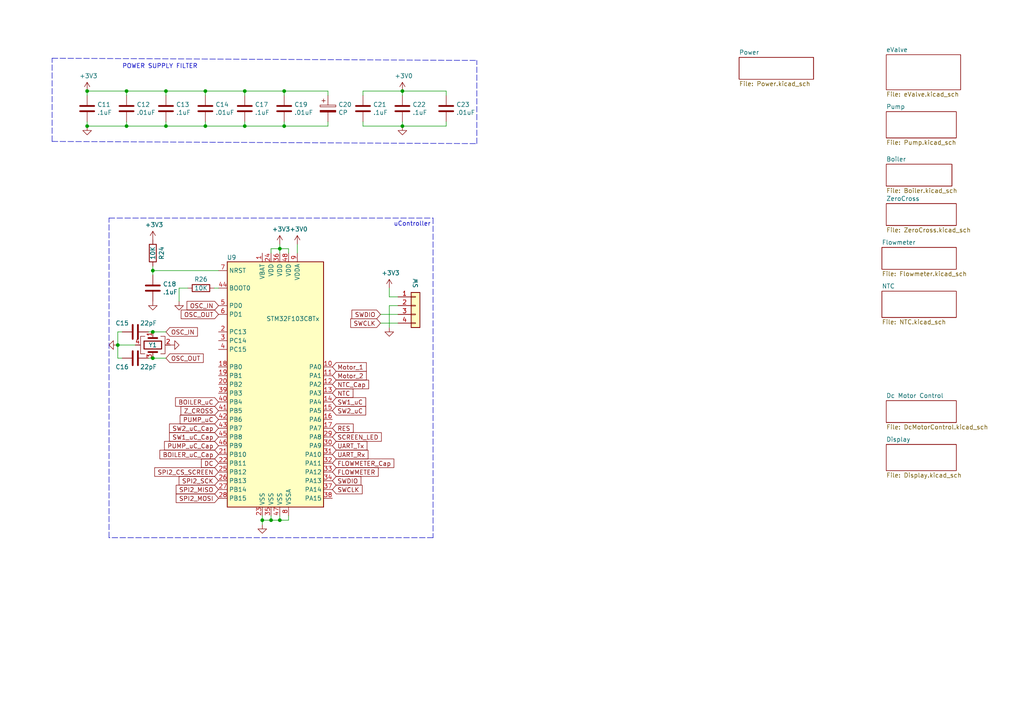
<source format=kicad_sch>
(kicad_sch (version 20211123) (generator eeschema)
  (paper "A4")
  (lib_symbols
    (symbol "Connector_Generic:Conn_01x04" (pin_names (offset 1.016) hide)
      (property "Reference" "J" (at 0 5.08 0))
      (property "Value" "Conn_01x04" (at 0 -7.62 0))
      (symbol "Conn_01x04_1_1"
        (rectangle (start -1.27 -4.953) (end 0 -5.207) (stroke (width 0.1524)))
        (rectangle (start -1.27 -2.413) (end 0 -2.667) (stroke (width 0.1524)))
        (rectangle (start -1.27 0.127) (end 0 -0.127) (stroke (width 0.1524)))
        (rectangle (start -1.27 2.667) (end 0 2.413) (stroke (width 0.1524)))
        (rectangle (start -1.27 3.81) (end 1.27 -6.35) (stroke (width 0.254)) (fill (type background)))
        (pin passive line (at -5.08 2.54 0) (length 3.81) (name "Pin_1") (number "1"))
        (pin passive line (at -5.08 0 0) (length 3.81) (name "Pin_2") (number "2"))
        (pin passive line (at -5.08 -2.54 0) (length 3.81) (name "Pin_3") (number "3"))
        (pin passive line (at -5.08 -5.08 0) (length 3.81) (name "Pin_4") (number "4"))
      )
    )
    (symbol "Device:C" (pin_numbers hide) (pin_names (offset 0.254))
      (property "Reference" "C" (at 0.635 2.54 0))
      (property "Value" "C" (at 0.635 -2.54 0))
      (symbol "C_0_1"
        (polyline (pts (xy -2.032 -0.762) (xy 2.032 -0.762)) (stroke (width 0.508)))
        (polyline (pts (xy -2.032 0.762) (xy 2.032 0.762)) (stroke (width 0.508)))
      )
      (symbol "C_1_1"
        (pin passive line (at 0 3.81 270) (length 2.794) (name "~") (number "1"))
        (pin passive line (at 0 -3.81 90) (length 2.794) (name "~") (number "2"))
      )
    )
    (symbol "Device:CP" (pin_numbers hide) (pin_names (offset 0.254))
      (property "Reference" "C" (at 0.635 2.54 0))
      (property "Value" "Device_CP" (at 0.635 -2.54 0))
      (symbol "CP_0_1"
        (rectangle (start -2.286 0.508) (end 2.286 1.016))
        (polyline (pts (xy -1.778 2.286) (xy -0.762 2.286)))
        (polyline (pts (xy -1.27 2.794) (xy -1.27 1.778)))
        (rectangle (start 2.286 -0.508) (end -2.286 -1.016) (fill (type outline)))
      )
      (symbol "CP_1_1"
        (pin passive line (at 0 3.81 270) (length 2.794) (name "~") (number "1"))
        (pin passive line (at 0 -3.81 90) (length 2.794) (name "~") (number "2"))
      )
    )
    (symbol "Device:Crystal_GND24" (pin_names (offset 1.016) hide)
      (property "Reference" "Y" (at 3.175 5.08 0))
      (property "Value" "Crystal_GND24" (at 3.175 3.175 0))
      (symbol "Crystal_GND24_0_1"
        (rectangle (start -1.143 2.54) (end 1.143 -2.54) (stroke (width 0.3048)))
        (polyline (pts (xy -2.54 0) (xy -2.032 0)))
        (polyline (pts (xy -2.032 -1.27) (xy -2.032 1.27)) (stroke (width 0.508)))
        (polyline (pts (xy 0 -3.81) (xy 0 -3.556)))
        (polyline (pts (xy 0 3.556) (xy 0 3.81)))
        (polyline (pts (xy 2.032 -1.27) (xy 2.032 1.27)) (stroke (width 0.508)))
        (polyline (pts (xy 2.032 0) (xy 2.54 0)))
        (polyline (pts (xy -2.54 -2.286) (xy -2.54 -3.556) (xy 2.54 -3.556) (xy 2.54 -2.286)))
        (polyline (pts (xy -2.54 2.286) (xy -2.54 3.556) (xy 2.54 3.556) (xy 2.54 2.286)))
      )
      (symbol "Crystal_GND24_1_1"
        (pin passive line (at -3.81 0 0) (length 1.27) (name "1") (number "1"))
        (pin passive line (at 0 5.08 270) (length 1.27) (name "2") (number "2"))
        (pin passive line (at 3.81 0 180) (length 1.27) (name "3") (number "3"))
        (pin passive line (at 0 -5.08 90) (length 1.27) (name "4") (number "4"))
      )
    )
    (symbol "Device:R" (pin_numbers hide) (pin_names (offset 0))
      (property "Reference" "R" (at 2.032 0 90))
      (property "Value" "R" (at 0 0 90))
      (symbol "R_0_1"
        (rectangle (start -1.016 -2.54) (end 1.016 2.54) (stroke (width 0.254)))
      )
      (symbol "R_1_1"
        (pin passive line (at 0 3.81 270) (length 1.27) (name "~") (number "1"))
        (pin passive line (at 0 -3.81 90) (length 1.27) (name "~") (number "2"))
      )
    )
    (symbol "MCU_ST_STM32F1:STM32F103C8Tx"
      (property "Reference" "U" (at -15.24 36.83 0))
      (property "Value" "STM32F103C8Tx" (at 7.62 36.83 0))
      (symbol "STM32F103C8Tx_0_1"
        (rectangle (start -15.24 -35.56) (end 12.7 35.56) (stroke (width 0.254)) (fill (type background)))
      )
      (symbol "STM32F103C8Tx_1_1"
        (pin power_in line (at -5.08 38.1 270) (length 2.54) (name "VBAT") (number "1"))
        (pin bidirectional line (at 15.24 5.08 180) (length 2.54) (name "PA0") (number "10"))
        (pin bidirectional line (at 15.24 2.54 180) (length 2.54) (name "PA1") (number "11"))
        (pin bidirectional line (at 15.24 0 180) (length 2.54) (name "PA2") (number "12"))
        (pin bidirectional line (at 15.24 -2.54 180) (length 2.54) (name "PA3") (number "13"))
        (pin bidirectional line (at 15.24 -5.08 180) (length 2.54) (name "PA4") (number "14"))
        (pin bidirectional line (at 15.24 -7.62 180) (length 2.54) (name "PA5") (number "15"))
        (pin bidirectional line (at 15.24 -10.16 180) (length 2.54) (name "PA6") (number "16"))
        (pin bidirectional line (at 15.24 -12.7 180) (length 2.54) (name "PA7") (number "17"))
        (pin bidirectional line (at -17.78 5.08 0) (length 2.54) (name "PB0") (number "18"))
        (pin bidirectional line (at -17.78 2.54 0) (length 2.54) (name "PB1") (number "19"))
        (pin bidirectional line (at -17.78 15.24 0) (length 2.54) (name "PC13") (number "2"))
        (pin bidirectional line (at -17.78 0 0) (length 2.54) (name "PB2") (number "20"))
        (pin bidirectional line (at -17.78 -20.32 0) (length 2.54) (name "PB10") (number "21"))
        (pin bidirectional line (at -17.78 -22.86 0) (length 2.54) (name "PB11") (number "22"))
        (pin power_in line (at -5.08 -38.1 90) (length 2.54) (name "VSS") (number "23"))
        (pin power_in line (at -2.54 38.1 270) (length 2.54) (name "VDD") (number "24"))
        (pin bidirectional line (at -17.78 -25.4 0) (length 2.54) (name "PB12") (number "25"))
        (pin bidirectional line (at -17.78 -27.94 0) (length 2.54) (name "PB13") (number "26"))
        (pin bidirectional line (at -17.78 -30.48 0) (length 2.54) (name "PB14") (number "27"))
        (pin bidirectional line (at -17.78 -33.02 0) (length 2.54) (name "PB15") (number "28"))
        (pin bidirectional line (at 15.24 -15.24 180) (length 2.54) (name "PA8") (number "29"))
        (pin bidirectional line (at -17.78 12.7 0) (length 2.54) (name "PC14") (number "3"))
        (pin bidirectional line (at 15.24 -17.78 180) (length 2.54) (name "PA9") (number "30"))
        (pin bidirectional line (at 15.24 -20.32 180) (length 2.54) (name "PA10") (number "31"))
        (pin bidirectional line (at 15.24 -22.86 180) (length 2.54) (name "PA11") (number "32"))
        (pin bidirectional line (at 15.24 -25.4 180) (length 2.54) (name "PA12") (number "33"))
        (pin bidirectional line (at 15.24 -27.94 180) (length 2.54) (name "PA13") (number "34"))
        (pin power_in line (at -2.54 -38.1 90) (length 2.54) (name "VSS") (number "35"))
        (pin power_in line (at 0 38.1 270) (length 2.54) (name "VDD") (number "36"))
        (pin bidirectional line (at 15.24 -30.48 180) (length 2.54) (name "PA14") (number "37"))
        (pin bidirectional line (at 15.24 -33.02 180) (length 2.54) (name "PA15") (number "38"))
        (pin bidirectional line (at -17.78 -2.54 0) (length 2.54) (name "PB3") (number "39"))
        (pin bidirectional line (at -17.78 10.16 0) (length 2.54) (name "PC15") (number "4"))
        (pin bidirectional line (at -17.78 -5.08 0) (length 2.54) (name "PB4") (number "40"))
        (pin bidirectional line (at -17.78 -7.62 0) (length 2.54) (name "PB5") (number "41"))
        (pin bidirectional line (at -17.78 -10.16 0) (length 2.54) (name "PB6") (number "42"))
        (pin bidirectional line (at -17.78 -12.7 0) (length 2.54) (name "PB7") (number "43"))
        (pin input line (at -17.78 27.94 0) (length 2.54) (name "BOOT0") (number "44"))
        (pin bidirectional line (at -17.78 -15.24 0) (length 2.54) (name "PB8") (number "45"))
        (pin bidirectional line (at -17.78 -17.78 0) (length 2.54) (name "PB9") (number "46"))
        (pin power_in line (at 0 -38.1 90) (length 2.54) (name "VSS") (number "47"))
        (pin power_in line (at 2.54 38.1 270) (length 2.54) (name "VDD") (number "48"))
        (pin input line (at -17.78 22.86 0) (length 2.54) (name "PD0") (number "5"))
        (pin input line (at -17.78 20.32 0) (length 2.54) (name "PD1") (number "6"))
        (pin input line (at -17.78 33.02 0) (length 2.54) (name "NRST") (number "7"))
        (pin power_in line (at 2.54 -38.1 90) (length 2.54) (name "VSSA") (number "8"))
        (pin power_in line (at 5.08 38.1 270) (length 2.54) (name "VDDA") (number "9"))
      )
    )
    (symbol "power:+3V0" (power) (pin_names (offset 0))
      (property "Value" "+3V0" (at 0 3.556 0))
      (symbol "+3V0_0_1"
        (polyline (pts (xy -0.762 1.27) (xy 0 2.54)))
        (polyline (pts (xy 0 0) (xy 0 2.54)))
        (polyline (pts (xy 0 2.54) (xy 0.762 1.27)))
      )
      (symbol "+3V0_1_1"
        (pin power_in line (at 0 0 90) (length 0) hide (name "+3V0") (number "1"))
      )
    )
    (symbol "power:+3V3" (power) (pin_names (offset 0))
      (property "Value" "+3V3" (at 0 3.556 0))
      (symbol "+3V3_0_1"
        (polyline (pts (xy -0.762 1.27) (xy 0 2.54)))
        (polyline (pts (xy 0 0) (xy 0 2.54)))
        (polyline (pts (xy 0 2.54) (xy 0.762 1.27)))
      )
      (symbol "+3V3_1_1"
        (pin power_in line (at 0 0 90) (length 0) hide (name "+3V3") (number "1"))
      )
    )
    (symbol "power:GND" (power) (pin_names (offset 0))
      (property "Value" "GND" (at 0 -3.81 0))
      (symbol "GND_0_1"
        (polyline (pts (xy 0 0) (xy 0 -1.27) (xy 1.27 -1.27) (xy 0 -2.54) (xy -1.27 -1.27) (xy 0 -1.27)))
      )
      (symbol "GND_1_1"
        (pin power_in line (at 0 0 270) (length 0) hide (name "GND") (number "1"))
      )
    )
  )
  (junction (at 78.613 150.876))
  (junction (at 44.323 78.486))
  (junction (at 25.273 26.416))
  (junction (at 36.703 26.416))
  (junction (at 82.423 36.576))
  (junction (at 81.153 150.876))
  (junction (at 70.993 36.576))
  (junction (at 44.323 96.266))
  (junction (at 59.563 26.416))
  (junction (at 48.133 26.416))
  (junction (at 82.423 26.416))
  (junction (at 59.563 36.576))
  (junction (at 48.133 36.576))
  (junction (at 25.273 36.576))
  (junction (at 34.163 100.076))
  (junction (at 36.703 36.576))
  (junction (at 116.713 26.416))
  (junction (at 81.153 72.136))
  (junction (at 76.073 150.876))
  (junction (at 44.323 103.886))
  (junction (at 116.713 36.576))
  (junction (at 70.993 26.416))
  (wire (pts (xy 36.703 36.576) (xy 48.133 36.576)))
  (wire (pts (xy 43.053 96.266) (xy 44.323 96.266)))
  (wire (pts (xy 48.133 36.576) (xy 59.563 36.576)))
  (polyline (pts (xy 31.623 63.246) (xy 125.603 63.246)))
  (wire (pts (xy 116.713 27.686) (xy 116.713 26.416)))
  (wire (pts (xy 112.903 94.996) (xy 112.903 88.646)))
  (wire (pts (xy 112.903 86.106) (xy 115.443 86.106)))
  (wire (pts (xy 112.903 88.646) (xy 115.443 88.646)))
  (wire (pts (xy 36.703 27.686) (xy 36.703 26.416)))
  (wire (pts (xy 81.153 72.136) (xy 81.153 70.866)))
  (wire (pts (xy 48.133 35.306) (xy 48.133 36.576)))
  (wire (pts (xy 95.123 27.686) (xy 95.123 26.416)))
  (wire (pts (xy 82.423 26.416) (xy 82.423 27.686)))
  (wire (pts (xy 59.563 35.306) (xy 59.563 36.576)))
  (wire (pts (xy 51.943 87.376) (xy 51.943 83.566)))
  (wire (pts (xy 78.613 150.876) (xy 78.613 149.606)))
  (wire (pts (xy 81.153 73.406) (xy 81.153 72.136)))
  (wire (pts (xy 95.123 26.416) (xy 82.423 26.416)))
  (wire (pts (xy 116.713 26.416) (xy 129.413 26.416)))
  (wire (pts (xy 112.903 83.566) (xy 112.903 86.106)))
  (wire (pts (xy 82.423 36.576) (xy 82.423 35.306)))
  (wire (pts (xy 70.993 27.686) (xy 70.993 26.416)))
  (wire (pts (xy 76.073 150.876) (xy 76.073 149.606)))
  (wire (pts (xy 25.273 26.416) (xy 36.703 26.416)))
  (wire (pts (xy 25.273 36.576) (xy 36.703 36.576)))
  (wire (pts (xy 44.323 78.486) (xy 44.323 79.756)))
  (wire (pts (xy 78.613 150.876) (xy 81.153 150.876)))
  (wire (pts (xy 76.073 152.146) (xy 76.073 150.876)))
  (wire (pts (xy 83.693 150.876) (xy 83.693 149.606)))
  (wire (pts (xy 105.283 26.416) (xy 116.713 26.416)))
  (wire (pts (xy 110.363 93.726) (xy 115.443 93.726)))
  (wire (pts (xy 59.563 26.416) (xy 70.993 26.416)))
  (wire (pts (xy 129.413 26.416) (xy 129.413 27.686)))
  (wire (pts (xy 44.323 77.216) (xy 44.323 78.486)))
  (wire (pts (xy 25.273 35.306) (xy 25.273 36.576)))
  (polyline (pts (xy 15.113 16.891) (xy 138.303 17.526)))
  (polyline (pts (xy 15.113 41.021) (xy 138.303 41.656)))
  (polyline (pts (xy 138.303 41.656) (xy 138.303 17.526)))
  (wire (pts (xy 34.163 100.076) (xy 34.163 96.266)))
  (wire (pts (xy 70.993 35.306) (xy 70.993 36.576)))
  (wire (pts (xy 51.943 83.566) (xy 54.483 83.566)))
  (wire (pts (xy 83.693 72.136) (xy 83.693 73.406)))
  (wire (pts (xy 116.713 36.576) (xy 129.413 36.576)))
  (wire (pts (xy 78.613 73.406) (xy 78.613 72.136)))
  (wire (pts (xy 34.163 103.886) (xy 34.163 100.076)))
  (wire (pts (xy 44.323 96.266) (xy 48.133 96.266)))
  (wire (pts (xy 34.163 96.266) (xy 35.433 96.266)))
  (wire (pts (xy 48.133 26.416) (xy 59.563 26.416)))
  (wire (pts (xy 59.563 27.686) (xy 59.563 26.416)))
  (wire (pts (xy 43.053 103.886) (xy 44.323 103.886)))
  (wire (pts (xy 86.233 70.866) (xy 86.233 73.406)))
  (wire (pts (xy 129.413 36.576) (xy 129.413 35.306)))
  (wire (pts (xy 76.073 150.876) (xy 78.613 150.876)))
  (wire (pts (xy 62.103 83.566) (xy 63.373 83.566)))
  (wire (pts (xy 25.273 27.686) (xy 25.273 26.416)))
  (wire (pts (xy 105.283 35.306) (xy 105.283 36.576)))
  (wire (pts (xy 35.433 103.886) (xy 34.163 103.886)))
  (wire (pts (xy 105.283 36.576) (xy 116.713 36.576)))
  (wire (pts (xy 78.613 72.136) (xy 81.153 72.136)))
  (wire (pts (xy 70.993 26.416) (xy 82.423 26.416)))
  (wire (pts (xy 48.133 27.686) (xy 48.133 26.416)))
  (wire (pts (xy 44.323 103.886) (xy 48.133 103.886)))
  (wire (pts (xy 95.123 35.306) (xy 95.123 36.576)))
  (wire (pts (xy 105.283 27.686) (xy 105.283 26.416)))
  (wire (pts (xy 81.153 72.136) (xy 83.693 72.136)))
  (wire (pts (xy 70.993 36.576) (xy 82.423 36.576)))
  (wire (pts (xy 36.703 26.416) (xy 48.133 26.416)))
  (wire (pts (xy 116.713 36.576) (xy 116.713 35.306)))
  (polyline (pts (xy 125.603 155.956) (xy 31.623 155.956)))
  (wire (pts (xy 34.163 100.076) (xy 39.243 100.076)))
  (wire (pts (xy 81.153 150.876) (xy 83.693 150.876)))
  (wire (pts (xy 44.323 78.486) (xy 63.373 78.486)))
  (polyline (pts (xy 125.603 63.246) (xy 125.603 155.956)))
  (wire (pts (xy 59.563 36.576) (xy 70.993 36.576)))
  (polyline (pts (xy 31.623 155.956) (xy 31.623 63.246)))
  (polyline (pts (xy 15.113 41.021) (xy 15.113 16.891)))
  (wire (pts (xy 95.123 36.576) (xy 82.423 36.576)))
  (wire (pts (xy 36.703 35.306) (xy 36.703 36.576)))
  (wire (pts (xy 110.363 91.186) (xy 115.443 91.186)))
  (wire (pts (xy 81.153 150.876) (xy 81.153 149.606)))
  (text "POWER SUPPLY FILTER\n" (at 35.433 20.066 0) (effects (font (size 1.27 1.27)) (justify left bottom)))
  (text "uController\n" (at 114.173 65.786 0) (effects (font (size 1.27 1.27)) (justify left bottom)))
  (global_label "Motor_1" (shape input) (at 96.393 106.426 0) (property "Intersheet References" "${INTERSHEET_REFS}" (effects hide)))
  (global_label "NTC_Cap" (shape input) (at 96.393 111.506 0) (property "Intersheet References" "${INTERSHEET_REFS}" (effects hide)))
  (global_label "SWCLK" (shape input) (at 96.393 141.986 0) (property "Intersheet References" "${INTERSHEET_REFS}" (effects hide)))
  (global_label "Motor_2" (shape input) (at 96.393 108.966 0) (property "Intersheet References" "${INTERSHEET_REFS}" (effects hide)))
  (global_label "UART_Rx" (shape input) (at 96.393 131.826 0) (property "Intersheet References" "${INTERSHEET_REFS}" (effects hide)))
  (global_label "FLOWMETER" (shape input) (at 96.393 136.906 0) (property "Intersheet References" "${INTERSHEET_REFS}" (effects hide)))
  (global_label "RES" (shape input) (at 96.393 124.206 0) (property "Intersheet References" "${INTERSHEET_REFS}" (effects hide)))
  (global_label "BOILER_uC" (shape input) (at 63.373 116.586 180) (property "Intersheet References" "${INTERSHEET_REFS}" (effects hide)))
  (global_label "OSC_IN" (shape input) (at 63.373 88.646 180) (property "Intersheet References" "${INTERSHEET_REFS}" (effects hide)))
  (global_label "SWCLK" (shape input) (at 110.363 93.726 180) (property "Intersheet References" "${INTERSHEET_REFS}" (effects hide)))
  (global_label "SW1_uC_Cap" (shape input) (at 63.373 126.746 180) (property "Intersheet References" "${INTERSHEET_REFS}" (effects hide)))
  (global_label "SPI2_MISO" (shape input) (at 63.373 141.986 180) (property "Intersheet References" "${INTERSHEET_REFS}" (effects hide)))
  (global_label "SW2_uC" (shape input) (at 96.393 119.126 0) (property "Intersheet References" "${INTERSHEET_REFS}" (effects hide)))
  (global_label "DC" (shape input) (at 63.373 134.366 180) (property "Intersheet References" "${INTERSHEET_REFS}" (effects hide)))
  (global_label "BOILER_uC_Cap" (shape input) (at 63.373 131.826 180) (property "Intersheet References" "${INTERSHEET_REFS}" (effects hide)))
  (global_label "PUMP_uC_Cap" (shape input) (at 63.373 129.286 180) (property "Intersheet References" "${INTERSHEET_REFS}" (effects hide)))
  (global_label "PUMP_uC" (shape input) (at 63.373 121.666 180) (property "Intersheet References" "${INTERSHEET_REFS}" (effects hide)))
  (global_label "UART_Tx" (shape input) (at 96.393 129.286 0) (property "Intersheet References" "${INTERSHEET_REFS}" (effects hide)))
  (global_label "SWDIO" (shape input) (at 96.393 139.446 0) (property "Intersheet References" "${INTERSHEET_REFS}" (effects hide)))
  (global_label "OSC_OUT" (shape input) (at 48.133 103.886 0) (property "Intersheet References" "${INTERSHEET_REFS}" (effects hide)))
  (global_label "OSC_OUT" (shape input) (at 63.373 91.186 180) (property "Intersheet References" "${INTERSHEET_REFS}" (effects hide)))
  (global_label "SW1_uC" (shape input) (at 96.393 116.586 0) (property "Intersheet References" "${INTERSHEET_REFS}" (effects hide)))
  (global_label "SWDIO" (shape input) (at 110.363 91.186 180) (property "Intersheet References" "${INTERSHEET_REFS}" (effects hide)))
  (global_label "SW2_uC_Cap" (shape input) (at 63.373 124.206 180) (property "Intersheet References" "${INTERSHEET_REFS}" (effects hide)))
  (global_label "SPI2_MOSI" (shape input) (at 63.373 144.526 180) (property "Intersheet References" "${INTERSHEET_REFS}" (effects hide)))
  (global_label "NTC" (shape input) (at 96.393 114.046 0) (property "Intersheet References" "${INTERSHEET_REFS}" (effects hide)))
  (global_label "SCREEN_LED" (shape input) (at 96.393 126.746 0) (property "Intersheet References" "${INTERSHEET_REFS}" (effects hide)))
  (global_label "SPI2_CS_SCREEN" (shape input) (at 63.373 136.906 180) (property "Intersheet References" "${INTERSHEET_REFS}" (effects hide)))
  (global_label "Z_CROSS" (shape input) (at 63.373 119.126 180) (property "Intersheet References" "${INTERSHEET_REFS}" (effects hide)))
  (global_label "FLOWMETER_Cap" (shape input) (at 96.393 134.366 0) (property "Intersheet References" "${INTERSHEET_REFS}" (effects hide)))
  (global_label "SPI2_SCK" (shape input) (at 63.373 139.446 180) (property "Intersheet References" "${INTERSHEET_REFS}" (effects hide)))
  (global_label "OSC_IN" (shape input) (at 48.133 96.266 0) (property "Intersheet References" "${INTERSHEET_REFS}" (effects hide)))
  (symbol (lib_id "Device:C") (at 36.703 31.496 0) (unit 1)
    (property "Reference" "C12" (at 39.624 30.3276 0) (effects (justify left)))
    (property "Value" ".01uF" (at 39.624 32.639 0) (effects (justify left)))
    (property "Footprint" "Capacitor_SMD:C_0603_1608Metric" (effects hide))
  )
  (symbol (lib_id "Device:C") (at 25.273 31.496 0) (unit 1)
    (property "Reference" "C11" (at 28.194 30.3276 0) (effects (justify left)))
    (property "Value" ".1uF" (at 28.194 32.639 0) (effects (justify left)))
    (property "Footprint" "Capacitor_SMD:C_0603_1608Metric" (effects hide))
  )
  (symbol (lib_id "Device:C") (at 59.563 31.496 0) (unit 1)
    (property "Reference" "C14" (at 62.484 30.3276 0) (effects (justify left)))
    (property "Value" ".01uF" (at 62.484 32.639 0) (effects (justify left)))
    (property "Footprint" "Capacitor_SMD:C_0603_1608Metric" (effects hide))
  )
  (symbol (lib_id "Device:C") (at 48.133 31.496 0) (unit 1)
    (property "Reference" "C13" (at 51.054 30.3276 0) (effects (justify left)))
    (property "Value" ".1uF" (at 51.054 32.639 0) (effects (justify left)))
    (property "Footprint" "Capacitor_SMD:C_0603_1608Metric" (effects hide))
  )
  (symbol (lib_id "Device:C") (at 82.423 31.496 0) (unit 1)
    (property "Reference" "C19" (at 85.344 30.3276 0) (effects (justify left)))
    (property "Value" ".01uF" (at 85.344 32.639 0) (effects (justify left)))
    (property "Footprint" "Capacitor_SMD:C_0603_1608Metric" (effects hide))
  )
  (symbol (lib_id "Device:C") (at 70.993 31.496 0) (unit 1)
    (property "Reference" "C17" (at 73.914 30.3276 0) (effects (justify left)))
    (property "Value" ".1uF" (at 73.914 32.639 0) (effects (justify left)))
    (property "Footprint" "Capacitor_SMD:C_0603_1608Metric" (effects hide))
  )
  (symbol (lib_id "power:+3V3") (at 25.273 26.416 0) (unit 1)
    (property "Reference" "#PWR026" (effects hide))
    (property "Value" "+3V3" (at 25.654 22.0218 0))
  )
  (symbol (lib_id "power:GND") (at 25.273 36.576 0) (unit 1)
    (property "Reference" "#PWR027" (effects hide))
    (property "Value" "GND" (effects hide))
  )
  (symbol (lib_id "Device:C") (at 116.713 31.496 0) (unit 1)
    (property "Reference" "C22" (at 119.634 30.3276 0) (effects (justify left)))
    (property "Value" ".1uF" (at 119.634 32.639 0) (effects (justify left)))
    (property "Footprint" "Capacitor_SMD:C_0603_1608Metric" (effects hide))
  )
  (symbol (lib_id "Device:C") (at 105.283 31.496 0) (unit 1)
    (property "Reference" "C21" (at 108.204 30.3276 0) (effects (justify left)))
    (property "Value" ".1uF" (at 108.204 32.639 0) (effects (justify left)))
    (property "Footprint" "Capacitor_SMD:C_0603_1608Metric" (effects hide))
  )
  (symbol (lib_id "Device:C") (at 129.413 31.496 0) (unit 1)
    (property "Reference" "C23" (at 132.334 30.3276 0) (effects (justify left)))
    (property "Value" ".01uF" (at 132.334 32.639 0) (effects (justify left)))
    (property "Footprint" "Capacitor_SMD:C_0603_1608Metric" (effects hide))
  )
  (symbol (lib_id "power:+3V0") (at 116.713 26.416 0) (unit 1)
    (property "Reference" "#PWR043" (effects hide))
    (property "Value" "+3V0" (at 117.094 22.0218 0))
  )
  (symbol (lib_id "power:GND") (at 116.713 36.576 0) (unit 1)
    (property "Reference" "#PWR044" (effects hide))
    (property "Value" "GND" (effects hide))
  )
  (symbol (lib_id "Device:CP") (at 95.123 31.496 0) (unit 1)
    (property "Reference" "C20" (at 98.1202 30.3276 0) (effects (justify left)))
    (property "Value" "CP" (at 98.1202 32.639 0) (effects (justify left)))
    (property "Footprint" "Capacitor_THT:CP_Radial_D6.3mm_P2.50mm" (effects hide))
  )
  (symbol (lib_id "Device:Crystal_GND24") (at 44.323 100.076 270) (unit 1)
    (property "Reference" "Y1" (at 43.053 100.076 90) (effects (justify left)))
    (property "Value" "Crystal_GND24" (effects hide))
    (property "Footprint" "Crystal:Crystal_SMD_3225-4Pin_3.2x2.5mm_HandSoldering" (effects hide))
  )
  (symbol (lib_id "MCU_ST_STM32F1:STM32F103C8Tx") (at 81.153 111.506 0) (unit 1)
    (property "Reference" "U9" (at 67.183 74.676 0))
    (property "Value" "STM32F103C8Tx" (at 84.963 92.456 0))
    (property "Footprint" "Package_QFP:LQFP-48_7x7mm_P0.5mm" (effects hide))
    (property "Datasheet" "http://www.st.com/st-web-ui/static/active/en/resource/technical/document/datasheet/CD00161566.pdf" (effects hide))
  )
  (symbol (lib_id "power:+3V3") (at 81.153 70.866 0) (unit 1)
    (property "Reference" "#PWR040" (effects hide))
    (property "Value" "+3V3" (at 81.534 66.4718 0))
  )
  (symbol (lib_id "power:+3V0") (at 86.233 70.866 0) (unit 1)
    (property "Reference" "#PWR042" (effects hide))
    (property "Value" "+3V0" (at 86.614 66.4718 0))
  )
  (symbol (lib_id "Device:R") (at 44.323 73.406 0) (unit 1)
    (property "Reference" "R24" (at 46.863 73.406 90))
    (property "Value" "10K" (at 44.323 73.406 90))
    (property "Footprint" "Resistor_SMD:R_0603_1608Metric" (effects hide))
  )
  (symbol (lib_id "Device:R") (at 58.293 83.566 90) (unit 1)
    (property "Reference" "R26" (at 58.293 81.026 90))
    (property "Value" "10K" (at 58.293 83.566 90))
    (property "Footprint" "Resistor_SMD:R_0603_1608Metric" (effects hide))
  )
  (symbol (lib_id "power:+3V3") (at 44.323 69.596 0) (unit 1)
    (property "Reference" "#PWR032" (effects hide))
    (property "Value" "+3V3" (at 44.704 65.2018 0))
  )
  (symbol (lib_id "Device:C") (at 44.323 83.566 180) (unit 1)
    (property "Reference" "C18" (at 47.244 82.3976 0) (effects (justify right)))
    (property "Value" ".1uF" (at 47.244 84.709 0) (effects (justify right)))
    (property "Footprint" "Capacitor_SMD:C_0603_1608Metric" (effects hide))
  )
  (symbol (lib_id "power:GND") (at 51.943 87.376 0) (unit 1)
    (property "Reference" "#PWR036" (effects hide))
    (property "Value" "GND" (effects hide))
  )
  (symbol (lib_id "power:GND") (at 44.323 87.376 0) (unit 1)
    (property "Reference" "#PWR033" (effects hide))
    (property "Value" "GND" (effects hide))
  )
  (symbol (lib_id "Device:C") (at 39.243 103.886 90) (unit 1)
    (property "Reference" "C16" (at 35.433 106.426 90))
    (property "Value" "22pF" (at 43.053 106.426 90))
    (property "Footprint" "Capacitor_SMD:C_0603_1608Metric" (effects hide))
  )
  (symbol (lib_id "Device:C") (at 39.243 96.266 90) (unit 1)
    (property "Reference" "C15" (at 35.433 93.726 90))
    (property "Value" "22pF" (at 43.053 93.726 90))
    (property "Footprint" "Capacitor_SMD:C_0603_1608Metric" (effects hide))
  )
  (symbol (lib_id "power:GND") (at 34.163 100.076 270) (unit 1)
    (property "Reference" "#PWR030" (effects hide))
    (property "Value" "GND" (effects hide))
  )
  (symbol (lib_id "power:GND") (at 76.073 152.146 0) (unit 1)
    (property "Reference" "#PWR039" (effects hide))
    (property "Value" "GND" (effects hide))
  )
  (symbol (lib_id "Connector_Generic:Conn_01x04") (at 120.523 88.646 0) (unit 1)
    (property "Reference" "J11" (effects hide))
    (property "Value" "SW" (at 120.523 83.566 90) (effects (justify left)))
    (property "Footprint" "Connector_PinHeader_1.27mm:PinHeader_1x04_P1.27mm_Vertical" (effects hide))
  )
  (symbol (lib_id "power:+3V3") (at 112.903 83.566 0) (unit 1)
    (property "Reference" "#PWR048" (effects hide))
    (property "Value" "+3V3" (at 113.284 79.1718 0))
  )
  (symbol (lib_id "power:GND") (at 112.903 94.996 0) (unit 1)
    (property "Reference" "#PWR049" (effects hide))
    (property "Value" "GND" (effects hide))
  )
  (symbol (lib_id "power:GND") (at 49.403 100.076 90) (unit 1)
    (property "Reference" "#PWR0101" (effects hide))
    (property "Value" "GND" (effects hide))
  )
  (sheet (at 257.048 32.385) (size 20.32 7.62) (stroke (width 0.1524))
    (property "Sheet name" "Pump" (at 257.048 31.6734 0) (effects (justify left bottom)))
    (property "Sheet file" "Pump.kicad_sch" (at 257.048 40.5896 0) (effects (justify left top)))
  )
  (sheet (at 255.778 84.455) (size 21.59 7.62) (stroke (width 0.1524))
    (property "Sheet name" "NTC" (at 255.778 83.7434 0) (effects (justify left bottom)))
    (property "Sheet file" "NTC.kicad_sch" (at 255.778 92.6596 0) (effects (justify left top)))
  )
  (sheet (at 214.376 16.637) (size 21.59 6.35) (stroke (width 0.1524))
    (property "Sheet name" "Power" (at 214.376 15.9254 0) (effects (justify left bottom)))
    (property "Sheet file" "Power.kicad_sch" (at 214.376 23.5716 0) (effects (justify left top)))
  )
  (sheet (at 257.048 128.905) (size 20.32 7.62) (stroke (width 0.1524))
    (property "Sheet name" "Display" (at 257.048 128.1934 0) (effects (justify left bottom)))
    (property "Sheet file" "Display.kicad_sch" (at 257.048 137.1096 0) (effects (justify left top)))
  )
  (sheet (at 255.778 71.755) (size 21.59 6.35) (stroke (width 0.1524))
    (property "Sheet name" "Flowmeter" (at 255.778 71.0434 0) (effects (justify left bottom)))
    (property "Sheet file" "Flowmeter.kicad_sch" (at 255.778 78.6896 0) (effects (justify left top)))
  )
  (sheet (at 257.048 116.205) (size 20.32 6.35) (stroke (width 0.1524))
    (property "Sheet name" "Dc Motor Control" (at 257.048 115.4934 0) (effects (justify left bottom)))
    (property "Sheet file" "DcMotorControl.kicad_sch" (at 257.048 123.1396 0) (effects (justify left top)))
  )
  (sheet (at 257.048 59.055) (size 20.32 6.35) (stroke (width 0.1524))
    (property "Sheet name" "ZeroCross" (at 257.048 58.3434 0) (effects (justify left bottom)))
    (property "Sheet file" "ZeroCross.kicad_sch" (at 257.048 65.9896 0) (effects (justify left top)))
  )
  (sheet (at 257.048 15.875) (size 21.59 10.16) (stroke (width 0.1524))
    (property "Sheet name" "eValve" (at 257.048 15.1634 0) (effects (justify left bottom)))
    (property "Sheet file" "eValve.kicad_sch" (at 257.048 26.6196 0) (effects (justify left top)))
  )
  (sheet (at 257.048 47.625) (size 19.05 6.35) (stroke (width 0.1524))
    (property "Sheet name" "Boiler" (at 257.048 46.9134 0) (effects (justify left bottom)))
    (property "Sheet file" "Boiler.kicad_sch" (at 257.048 54.5596 0) (effects (justify left top)))
  )
)
</source>
